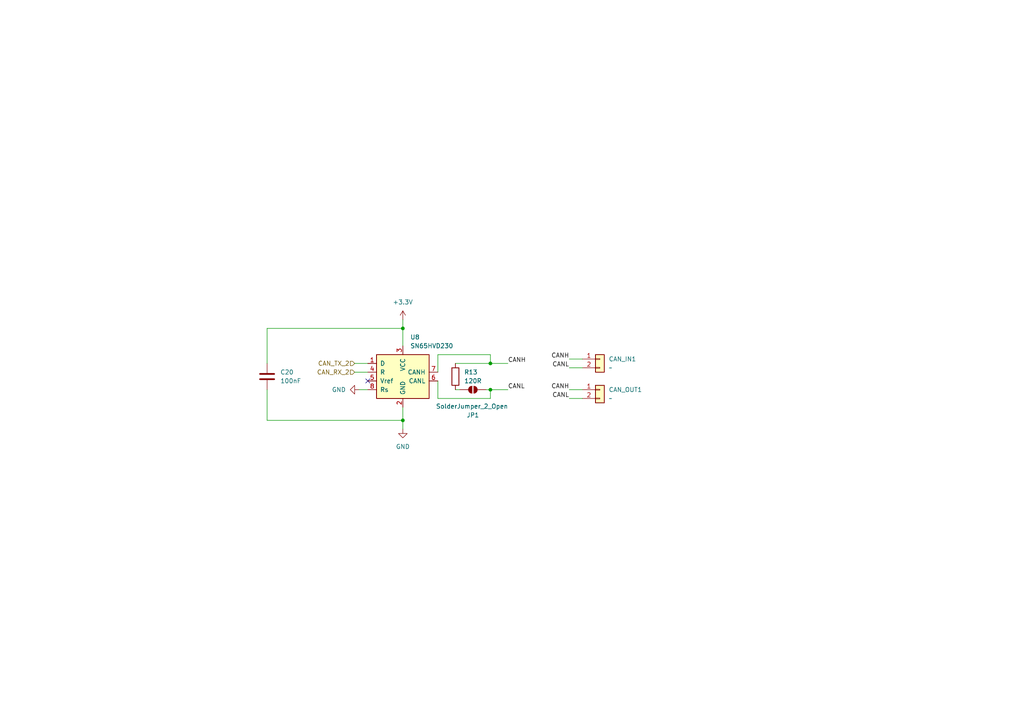
<source format=kicad_sch>
(kicad_sch (version 20250114) (generator "eeschema") (generator_version "9.0")
  (paper "A4")
  (lib_symbols
    (symbol "Connector_Generic:Conn_01x02" (pin_names (offset 1.016) (hide yes))
      (property "Reference" "J" (at 0 2.54 0))
      (property "Value" "Conn_01x02" (at 0 -5.08 0))
      (symbol "Conn_01x02_1_1"
        (rectangle (start -1.27 1.27) (end 1.27 -3.81) (stroke (width 0.254)) (fill (type background)))
        (rectangle (start -1.27 0.127) (end 0 -0.127) (stroke (width 0.1524)))
        (rectangle (start -1.27 -2.413) (end 0 -2.667) (stroke (width 0.1524)))
        (pin passive line (at -5.08 0 0) (length 3.81) (name "Pin_1") (number "1"))
        (pin passive line (at -5.08 -2.54 0) (length 3.81) (name "Pin_2") (number "2"))
      )
    )
    (symbol "Device:C" (pin_numbers (hide yes)) (pin_names (offset 0.254))
      (property "Reference" "C" (at 0.635 2.54 0))
      (property "Value" "C" (at 0.635 -2.54 0))
      (symbol "C_0_1"
        (polyline (pts (xy -2.032 0.762) (xy 2.032 0.762)) (stroke (width 0.508)))
        (polyline (pts (xy -2.032 -0.762) (xy 2.032 -0.762)) (stroke (width 0.508)))
      )
      (symbol "C_1_1"
        (pin passive line (at 0 3.81 270) (length 2.794) (name "~") (number "1"))
        (pin passive line (at 0 -3.81 90) (length 2.794) (name "~") (number "2"))
      )
    )
    (symbol "Device:R" (pin_numbers (hide yes)) (pin_names (offset 0))
      (property "Reference" "R" (at 2.032 0 90))
      (property "Value" "R" (at 0 0 90))
      (symbol "R_0_1"
        (rectangle (start -1.016 -2.54) (end 1.016 2.54) (stroke (width 0.254)))
      )
      (symbol "R_1_1"
        (pin passive line (at 0 3.81 270) (length 1.27) (name "~") (number "1"))
        (pin passive line (at 0 -3.81 90) (length 1.27) (name "~") (number "2"))
      )
    )
    (symbol "Interface_CAN_LIN:SN65HVD230" (pin_names (offset 1.016))
      (property "Reference" "U" (at -2.54 10.16 0))
      (property "Value" "SN65HVD230" (at -2.54 7.62 0))
      (symbol "SN65HVD230_0_1"
        (rectangle (start -7.62 5.08) (end 7.62 -7.62) (stroke (width 0.254)) (fill (type background)))
      )
      (symbol "SN65HVD230_1_1"
        (pin input line (at -10.16 2.54 0) (length 2.54) (name "D") (number "1"))
        (pin output line (at -10.16 0 0) (length 2.54) (name "R") (number "4"))
        (pin output line (at -10.16 -2.54 0) (length 2.54) (name "Vref") (number "5"))
        (pin input line (at -10.16 -5.08 0) (length 2.54) (name "Rs") (number "8"))
        (pin power_in line (at 0 7.62 270) (length 2.54) (name "VCC") (number "3"))
        (pin power_in line (at 0 -10.16 90) (length 2.54) (name "GND") (number "2"))
        (pin bidirectional line (at 10.16 0 180) (length 2.54) (name "CANH") (number "7"))
        (pin bidirectional line (at 10.16 -2.54 180) (length 2.54) (name "CANL") (number "6"))
      )
    )
    (symbol "Jumper:SolderJumper_2_Open" (pin_numbers (hide yes)) (pin_names (offset 0) (hide yes)) (in_bom no)
      (property "Reference" "JP" (at 0 2.032 0))
      (property "Value" "SolderJumper_2_Open" (at 0 -2.54 0))
      (symbol "SolderJumper_2_Open_0_1"
        (polyline (pts (xy -0.254 1.016) (xy -0.254 -1.016)))
        (arc (start -0.254 -1.016) (mid -1.2656 0) (end -0.254 1.016))
        (arc (start -0.254 -1.016) (mid -1.2656 0) (end -0.254 1.016) (fill (type outline)))
        (arc (start 0.254 1.016) (mid 1.2656 0) (end 0.254 -1.016))
        (arc (start 0.254 1.016) (mid 1.2656 0) (end 0.254 -1.016) (fill (type outline)))
        (polyline (pts (xy 0.254 1.016) (xy 0.254 -1.016)))
      )
      (symbol "SolderJumper_2_Open_1_1"
        (pin passive line (at -3.81 0 0) (length 2.54) (name "A") (number "1"))
        (pin passive line (at 3.81 0 180) (length 2.54) (name "B") (number "2"))
      )
    )
    (symbol "power:+3.3V" (power) (pin_numbers (hide yes)) (pin_names (offset 0) (hide yes))
      (property "Value" "+3.3V" (at 0 3.556 0))
      (symbol "+3.3V_0_1"
        (polyline (pts (xy -0.762 1.27) (xy 0 2.54)))
        (polyline (pts (xy 0 2.54) (xy 0.762 1.27)))
        (polyline (pts (xy 0 0) (xy 0 2.54)))
      )
      (symbol "+3.3V_1_1"
        (pin power_in line (at 0 0 90) (length 0) (name "~") (number "1"))
      )
    )
    (symbol "power:GND" (power) (pin_numbers (hide yes)) (pin_names (offset 0) (hide yes))
      (property "Value" "GND" (at 0 -3.81 0))
      (symbol "GND_0_1"
        (polyline (pts (xy 0 0) (xy 0 -1.27) (xy 1.27 -1.27) (xy 0 -2.54) (xy -1.27 -1.27) (xy 0 -1.27)))
      )
      (symbol "GND_1_1"
        (pin power_in line (at 0 0 270) (length 0) (name "~") (number "1"))
      )
    )
  )
  (junction (at 116.84 95.25))
  (junction (at 116.84 121.92))
  (junction (at 142.24 105.41))
  (junction (at 142.24 113.03))
  (no_connect (at 106.68 110.49))
  (wire (pts (xy 102.87 107.95) (xy 106.68 107.95)))
  (wire (pts (xy 165.1 106.68) (xy 168.91 106.68)))
  (wire (pts (xy 116.84 95.25) (xy 77.47 95.25)))
  (wire (pts (xy 102.87 105.41) (xy 106.68 105.41)))
  (wire (pts (xy 142.24 105.41) (xy 147.32 105.41)))
  (wire (pts (xy 142.24 113.03) (xy 147.32 113.03)))
  (wire (pts (xy 140.97 113.03) (xy 142.24 113.03)))
  (wire (pts (xy 132.08 113.03) (xy 133.35 113.03)))
  (wire (pts (xy 77.47 121.92) (xy 116.84 121.92)))
  (wire (pts (xy 104.14 113.03) (xy 106.68 113.03)))
  (wire (pts (xy 142.24 105.41) (xy 142.24 102.87)))
  (wire (pts (xy 116.84 92.71) (xy 116.84 95.25)))
  (wire (pts (xy 142.24 115.57) (xy 127 115.57)))
  (wire (pts (xy 165.1 104.14) (xy 168.91 104.14)))
  (wire (pts (xy 127 102.87) (xy 127 107.95)))
  (wire (pts (xy 116.84 95.25) (xy 116.84 100.33)))
  (wire (pts (xy 165.1 115.57) (xy 168.91 115.57)))
  (wire (pts (xy 116.84 124.46) (xy 116.84 121.92)))
  (wire (pts (xy 127 115.57) (xy 127 110.49)))
  (wire (pts (xy 142.24 102.87) (xy 127 102.87)))
  (wire (pts (xy 142.24 113.03) (xy 142.24 115.57)))
  (wire (pts (xy 116.84 121.92) (xy 116.84 118.11)))
  (wire (pts (xy 77.47 95.25) (xy 77.47 105.41)))
  (wire (pts (xy 77.47 113.03) (xy 77.47 121.92)))
  (wire (pts (xy 132.08 105.41) (xy 142.24 105.41)))
  (wire (pts (xy 165.1 113.03) (xy 168.91 113.03)))
  (label "CANH" (at 147.32 105.41 0))
  (label "CANH" (at 165.1 113.03 180))
  (label "CANH" (at 165.1 104.14 180))
  (label "CANL" (at 165.1 106.68 180))
  (label "CANL" (at 147.32 113.03 0))
  (label "CANL" (at 165.1 115.57 180))
  (hierarchical_label "CAN_RX_2" (shape input) (at 102.87 107.95 180))
  (hierarchical_label "CAN_TX_2" (shape input) (at 102.87 105.41 180))
  (symbol (lib_id "Jumper:SolderJumper_2_Open") (at 137.16 113.03 0) (unit 1) (in_bom no)
    (property "Reference" "JP1" (at 137.16 120.396 0))
    (property "Value" "SolderJumper_2_Open" (at 136.906 117.856 0))
    (property "Footprint" "Jumper:SolderJumper-2_P1.3mm_Open_TrianglePad1.0x1.5mm" (effects (hide yes)))
    (property "Description" "Solder Jumper, 2-pole, open" (effects (hide yes)))
  )
  (symbol (lib_id "Connector_Generic:Conn_01x02") (at 173.99 104.14 0) (unit 1)
    (property "Reference" "CAN_IN1" (at 176.53 104.1399 0) (effects (justify left)))
    (property "Value" "~" (at 176.53 106.6799 0) (effects (justify left)))
    (property "Footprint" "myFootprints:MOLEX_26013114" (effects (hide yes)))
    (property "Description" "Generic connector, single row, 01x02, script generated (kicad-library-utils/schlib/autogen/connector/)" (effects (hide yes)))
  )
  (symbol (lib_id "Device:C") (at 77.47 109.22 0) (unit 1)
    (property "Reference" "C20" (at 81.28 107.9499 0) (effects (justify left)))
    (property "Value" "100nF" (at 81.28 110.4899 0) (effects (justify left)))
    (property "Footprint" "Capacitor_SMD:C_1210_3225Metric_Pad1.33x2.70mm_HandSolder" (effects (hide yes)))
    (property "Description" "Unpolarized capacitor" (effects (hide yes)))
    (property "lcsc" "C6565120" (effects (hide yes)))
  )
  (symbol (lib_id "Interface_CAN_LIN:SN65HVD230") (at 116.84 107.95 0) (unit 1)
    (property "Reference" "U8" (at 118.9833 97.79 0) (effects (justify left)))
    (property "Value" "SN65HVD230" (at 118.9833 100.33 0) (effects (justify left)))
    (property "Footprint" "Package_SO:SOIC-8_3.9x4.9mm_P1.27mm" (effects (hide yes)))
    (property "Datasheet" "http://www.ti.com/lit/ds/symlink/sn65hvd230.pdf" (effects (hide yes)))
    (property "Description" "CAN Bus Transceivers, 3.3V, 1Mbps, Low-Power capabilities, SOIC-8" (effects (hide yes)))
    (property "lcsc" "C12084" (effects (hide yes)))
  )
  (symbol (lib_id "power:+3.3V") (at 116.84 92.71 0) (unit 1)
    (property "Reference" "#PWR068" (effects (hide yes)))
    (property "Value" "+3.3V" (at 116.84 87.63 0))
    (property "Description" "Power symbol creates a global label with name \"+3.3V\"" (effects (hide yes)))
  )
  (symbol (lib_id "power:GND") (at 104.14 113.03 270) (unit 1)
    (property "Reference" "#PWR067" (effects (hide yes)))
    (property "Value" "GND" (at 100.33 113.0299 90) (effects (justify right)))
    (property "Description" "Power symbol creates a global label with name \"GND\" , ground" (effects (hide yes)))
  )
  (symbol (lib_id "Device:R") (at 132.08 109.22 0) (unit 1)
    (property "Reference" "R13" (at 134.62 107.9499 0) (effects (justify left)))
    (property "Value" "120R" (at 134.62 110.4899 0) (effects (justify left)))
    (property "Footprint" "Resistor_SMD:R_0603_1608Metric" (effects (hide yes)))
    (property "Description" "Resistor" (effects (hide yes)))
    (property "lcsc" "C4353191" (effects (hide yes)))
  )
  (symbol (lib_id "Connector_Generic:Conn_01x02") (at 173.99 113.03 0) (unit 1)
    (property "Reference" "CAN_OUT1" (at 176.53 113.0299 0) (effects (justify left)))
    (property "Value" "~" (at 176.53 115.5699 0) (effects (justify left)))
    (property "Footprint" "myFootprints:MOLEX_26013114" (effects (hide yes)))
    (property "Description" "Generic connector, single row, 01x02, script generated (kicad-library-utils/schlib/autogen/connector/)" (effects (hide yes)))
  )
  (symbol (lib_id "power:GND") (at 116.84 124.46 0) (unit 1)
    (property "Reference" "#PWR069" (effects (hide yes)))
    (property "Value" "GND" (at 116.84 129.54 0))
    (property "Description" "Power symbol creates a global label with name \"GND\" , ground" (effects (hide yes)))
  )
)
</source>
